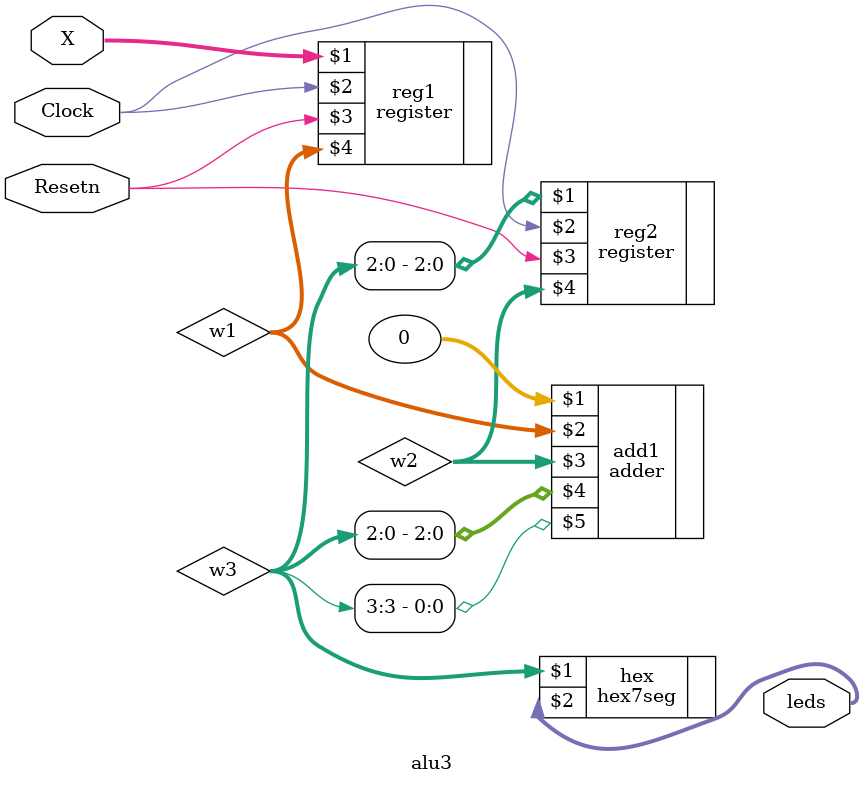
<source format=v>
module alu3(X, leds, Clock, Resetn);
	input [2:0]X;
	input Clock, Resetn;
	wire [2:0]w1, w2;
	wire [3:0]w3;
	output [0:6]leds;
	
	register reg1(X, Clock, Resetn, w1);
	adder add1(0, w1, w2, w3[2:0], w3[3]);
	register reg2(w3[2:0], Clock, Resetn, w2);
	//adder add2(w3[3], w1, w2, w3[2:0], w3[3]);
	hex7seg hex(w3, leds);
	
endmodule 
</source>
